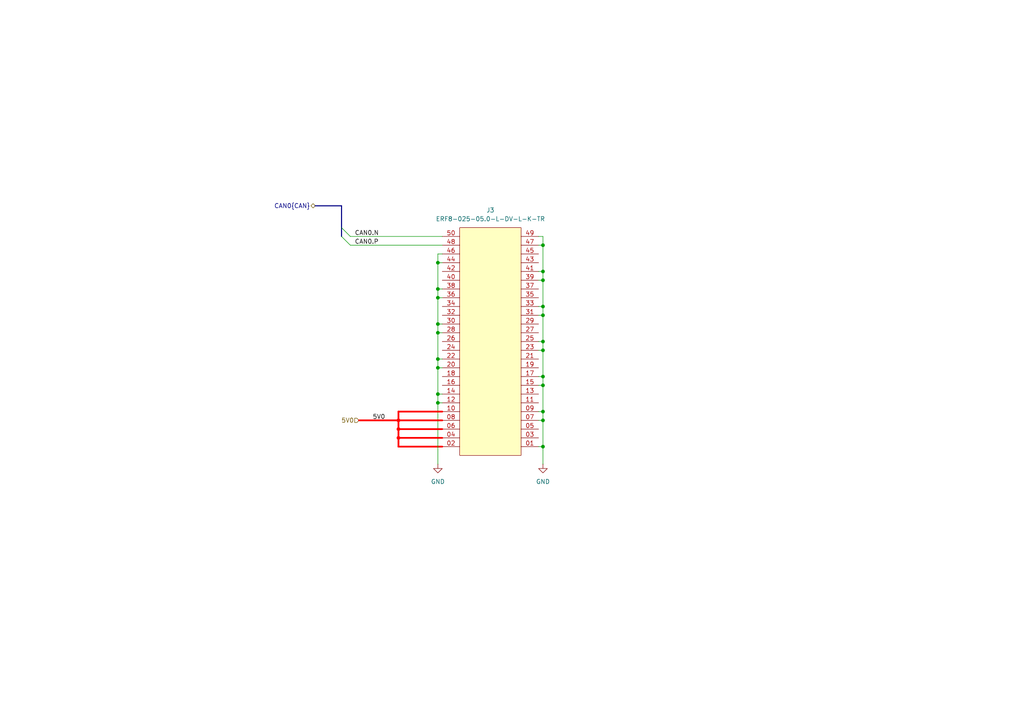
<source format=kicad_sch>
(kicad_sch (version 20250114) (generator "eeschema") (generator_version "9.0")
  (paper "A4")
  (lib_symbols
    (symbol "library:ERF8-025-05.0-L-DV-L-K-TR"
      (property "Reference" "J" (at 0 38.1 0))
      (property "Value" "ERF8-025-05.0-L-DV-L-K-TR" (at 0 35.56 0))
      (symbol "ERF8-025-05.0-L-DV-L-K-TR_1_1"
        (rectangle (start -8.89 33.02) (end 8.89 -33.02) (fill (type color) (color 255 255 194 1)))
        (pin passive line (at -13.97 30.48 0) (length 5.08) (name "") (number "50"))
        (pin passive line (at -13.97 27.94 0) (length 5.08) (name "") (number "48"))
        (pin passive line (at -13.97 25.4 0) (length 5.08) (name "") (number "46"))
        (pin passive line (at -13.97 22.86 0) (length 5.08) (name "") (number "44"))
        (pin passive line (at -13.97 20.32 0) (length 5.08) (name "") (number "42"))
        (pin passive line (at -13.97 17.78 0) (length 5.08) (name "") (number "40"))
        (pin passive line (at -13.97 15.24 0) (length 5.08) (name "") (number "38"))
        (pin passive line (at -13.97 12.7 0) (length 5.08) (name "") (number "36"))
        (pin passive line (at -13.97 10.16 0) (length 5.08) (name "") (number "34"))
        (pin passive line (at -13.97 7.62 0) (length 5.08) (name "") (number "32"))
        (pin passive line (at -13.97 5.08 0) (length 5.08) (name "") (number "30"))
        (pin passive line (at -13.97 2.54 0) (length 5.08) (name "") (number "28"))
        (pin passive line (at -13.97 0 0) (length 5.08) (name "") (number "26"))
        (pin passive line (at -13.97 -2.54 0) (length 5.08) (name "") (number "24"))
        (pin passive line (at -13.97 -5.08 0) (length 5.08) (name "") (number "22"))
        (pin passive line (at -13.97 -7.62 0) (length 5.08) (name "") (number "20"))
        (pin passive line (at -13.97 -10.16 0) (length 5.08) (name "") (number "18"))
        (pin passive line (at -13.97 -12.7 0) (length 5.08) (name "") (number "16"))
        (pin passive line (at -13.97 -15.24 0) (length 5.08) (name "") (number "14"))
        (pin passive line (at -13.97 -17.78 0) (length 5.08) (name "") (number "12"))
        (pin passive line (at -13.97 -20.32 0) (length 5.08) (name "") (number "10"))
        (pin passive line (at -13.97 -22.86 0) (length 5.08) (name "") (number "08"))
        (pin passive line (at -13.97 -25.4 0) (length 5.08) (name "") (number "06"))
        (pin passive line (at -13.97 -27.94 0) (length 5.08) (name "") (number "04"))
        (pin passive line (at -13.97 -30.48 0) (length 5.08) (name "") (number "02"))
        (pin passive line (at 13.97 30.48 180) (length 5.08) (name "") (number "49"))
        (pin passive line (at 13.97 27.94 180) (length 5.08) (name "") (number "47"))
        (pin passive line (at 13.97 25.4 180) (length 5.08) (name "") (number "45"))
        (pin passive line (at 13.97 22.86 180) (length 5.08) (name "") (number "43"))
        (pin passive line (at 13.97 20.32 180) (length 5.08) (name "") (number "41"))
        (pin passive line (at 13.97 17.78 180) (length 5.08) (name "") (number "39"))
        (pin passive line (at 13.97 15.24 180) (length 5.08) (name "") (number "37"))
        (pin passive line (at 13.97 12.7 180) (length 5.08) (name "") (number "35"))
        (pin passive line (at 13.97 10.16 180) (length 5.08) (name "") (number "33"))
        (pin passive line (at 13.97 7.62 180) (length 5.08) (name "") (number "31"))
        (pin passive line (at 13.97 5.08 180) (length 5.08) (name "") (number "29"))
        (pin passive line (at 13.97 2.54 180) (length 5.08) (name "") (number "27"))
        (pin passive line (at 13.97 0 180) (length 5.08) (name "") (number "25"))
        (pin passive line (at 13.97 -2.54 180) (length 5.08) (name "") (number "23"))
        (pin passive line (at 13.97 -5.08 180) (length 5.08) (name "") (number "21"))
        (pin passive line (at 13.97 -7.62 180) (length 5.08) (name "") (number "19"))
        (pin passive line (at 13.97 -10.16 180) (length 5.08) (name "") (number "17"))
        (pin passive line (at 13.97 -12.7 180) (length 5.08) (name "") (number "15"))
        (pin passive line (at 13.97 -15.24 180) (length 5.08) (name "") (number "13"))
        (pin passive line (at 13.97 -17.78 180) (length 5.08) (name "") (number "11"))
        (pin passive line (at 13.97 -20.32 180) (length 5.08) (name "") (number "09"))
        (pin passive line (at 13.97 -22.86 180) (length 5.08) (name "") (number "07"))
        (pin passive line (at 13.97 -25.4 180) (length 5.08) (name "") (number "05"))
        (pin passive line (at 13.97 -27.94 180) (length 5.08) (name "") (number "03"))
        (pin passive line (at 13.97 -30.48 180) (length 5.08) (name "") (number "01"))
      )
    )
    (symbol "library:GND" (power) (pin_numbers (hide yes)) (pin_names (offset 0) (hide yes))
      (property "Value" "GND" (at 0 -3.81 0))
      (symbol "GND_0_1"
        (polyline (pts (xy 0 0) (xy 0 -1.27) (xy 1.27 -1.27) (xy 0 -2.54) (xy -1.27 -1.27) (xy 0 -1.27)))
      )
      (symbol "GND_1_1"
        (pin power_in line (at 0 0 270) (length 0) (name "~") (number "1"))
      )
    )
  )
  (junction (at 127 104.14))
  (junction (at 157.48 78.74))
  (junction (at 115.57 127) (color 255 0 0 1))
  (junction (at 115.57 124.46) (color 255 0 0 1))
  (junction (at 127 96.52))
  (junction (at 127 116.84))
  (junction (at 127 106.68))
  (junction (at 127 83.82))
  (junction (at 127 86.36))
  (junction (at 127 76.2))
  (junction (at 157.48 109.22))
  (junction (at 157.48 81.28))
  (junction (at 157.48 121.92))
  (junction (at 157.48 71.12))
  (junction (at 157.48 119.38))
  (junction (at 157.48 101.6))
  (junction (at 157.48 91.44))
  (junction (at 157.48 88.9))
  (junction (at 127 114.3))
  (junction (at 157.48 99.06))
  (junction (at 115.57 121.92) (color 255 0 0 1))
  (junction (at 127 93.98))
  (junction (at 157.48 129.54))
  (junction (at 157.48 111.76))
  (bus_entry (at 99.06 66.04) (size 2.54 2.54))
  (bus_entry (at 99.06 68.58) (size 2.54 2.54))
  (wire (pts (xy 157.48 109.22) (xy 156.21 109.22)))
  (wire (pts (xy 127 116.84) (xy 127 134.62)))
  (wire (pts (xy 157.48 78.74) (xy 156.21 78.74)))
  (wire (pts (xy 127 104.14) (xy 128.27 104.14)))
  (wire (pts (xy 127 96.52) (xy 127 104.14)))
  (wire (pts (xy 157.48 78.74) (xy 157.48 81.28)))
  (wire (pts (xy 157.48 88.9) (xy 157.48 91.44)))
  (wire (pts (xy 157.48 81.28) (xy 157.48 88.9)))
  (wire (pts (xy 127 86.36) (xy 127 93.98)))
  (wire (pts (xy 115.57 129.54) (xy 128.27 129.54)) (stroke (width 0.508) (color 255 0 0 1)))
  (wire (pts (xy 127 104.14) (xy 127 106.68)))
  (wire (pts (xy 115.57 127) (xy 115.57 129.54)) (stroke (width 0.508) (color 255 0 0 1)))
  (wire (pts (xy 157.48 68.58) (xy 157.48 71.12)))
  (wire (pts (xy 127 96.52) (xy 128.27 96.52)))
  (wire (pts (xy 157.48 91.44) (xy 156.21 91.44)))
  (wire (pts (xy 157.48 111.76) (xy 157.48 119.38)))
  (wire (pts (xy 127 86.36) (xy 128.27 86.36)))
  (wire (pts (xy 157.48 91.44) (xy 157.48 99.06)))
  (wire (pts (xy 157.48 88.9) (xy 156.21 88.9)))
  (wire (pts (xy 157.48 111.76) (xy 156.21 111.76)))
  (wire (pts (xy 127 83.82) (xy 128.27 83.82)))
  (wire (pts (xy 115.57 119.38) (xy 115.57 121.92)) (stroke (width 0.508) (color 255 0 0 1)))
  (wire (pts (xy 127 73.66) (xy 127 76.2)))
  (wire (pts (xy 127 76.2) (xy 128.27 76.2)))
  (wire (pts (xy 127 93.98) (xy 128.27 93.98)))
  (wire (pts (xy 127 116.84) (xy 128.27 116.84)))
  (wire (pts (xy 157.48 129.54) (xy 157.48 134.62)))
  (wire (pts (xy 157.48 71.12) (xy 157.48 78.74)))
  (wire (pts (xy 115.57 119.38) (xy 128.27 119.38)) (stroke (width 0.508) (color 255 0 0 1)))
  (wire (pts (xy 115.57 121.92) (xy 115.57 124.46)) (stroke (width 0.508) (color 255 0 0 1)))
  (bus (pts (xy 99.06 66.04) (xy 99.06 68.58)))
  (wire (pts (xy 115.57 121.92) (xy 128.27 121.92)) (stroke (width 0.508) (color 255 0 0 1)))
  (wire (pts (xy 157.48 71.12) (xy 156.21 71.12)))
  (wire (pts (xy 127 106.68) (xy 127 114.3)))
  (bus (pts (xy 91.44 59.69) (xy 99.06 59.69)))
  (wire (pts (xy 156.21 68.58) (xy 157.48 68.58)))
  (wire (pts (xy 157.48 119.38) (xy 157.48 121.92)))
  (wire (pts (xy 101.6 68.58) (xy 128.27 68.58)))
  (wire (pts (xy 115.57 124.46) (xy 128.27 124.46)) (stroke (width 0.508) (color 255 0 0 1)))
  (wire (pts (xy 115.57 127) (xy 128.27 127)) (stroke (width 0.508) (color 255 0 0 1)))
  (wire (pts (xy 157.48 101.6) (xy 156.21 101.6)))
  (wire (pts (xy 101.6 71.12) (xy 128.27 71.12)))
  (wire (pts (xy 157.48 119.38) (xy 156.21 119.38)))
  (wire (pts (xy 156.21 129.54) (xy 157.48 129.54)))
  (wire (pts (xy 157.48 99.06) (xy 157.48 101.6)))
  (wire (pts (xy 127 76.2) (xy 127 83.82)))
  (wire (pts (xy 157.48 99.06) (xy 156.21 99.06)))
  (wire (pts (xy 157.48 121.92) (xy 156.21 121.92)))
  (wire (pts (xy 115.57 124.46) (xy 115.57 127)) (stroke (width 0.508) (color 255 0 0 1)))
  (wire (pts (xy 127 114.3) (xy 127 116.84)))
  (wire (pts (xy 157.48 81.28) (xy 156.21 81.28)))
  (wire (pts (xy 157.48 101.6) (xy 157.48 109.22)))
  (bus (pts (xy 99.06 59.69) (xy 99.06 66.04)))
  (wire (pts (xy 127 106.68) (xy 128.27 106.68)))
  (wire (pts (xy 127 83.82) (xy 127 86.36)))
  (wire (pts (xy 157.48 121.92) (xy 157.48 129.54)))
  (wire (pts (xy 104.14 121.92) (xy 115.57 121.92)) (stroke (width 0.508) (color 255 0 0 1)))
  (wire (pts (xy 128.27 73.66) (xy 127 73.66)))
  (wire (pts (xy 127 93.98) (xy 127 96.52)))
  (wire (pts (xy 157.48 109.22) (xy 157.48 111.76)))
  (wire (pts (xy 127 114.3) (xy 128.27 114.3)))
  (label "CAN0.N" (at 102.87 68.58 0))
  (label "5V0" (at 111.76 121.92 180))
  (label "CAN0.P" (at 102.87 71.12 0))
  (hierarchical_label "CAN0{CAN}" (shape bidirectional) (at 91.44 59.69 180))
  (hierarchical_label "5V0" (shape input) (at 104.14 121.92 180))
  (symbol (lib_id "library:GND") (at 157.48 134.62 0) (unit 1)
    (property "Reference" "#PWR04" (effects (hide yes)))
    (property "Value" "GND" (at 157.48 139.7 0))
    (property "Description" "Power symbol creates a global label with name \"GND\" , ground" (effects (hide yes)))
  )
  (symbol (lib_id "library:GND") (at 127 134.62 0) (unit 1)
    (property "Reference" "#PWR03" (effects (hide yes)))
    (property "Value" "GND" (at 127 139.7 0))
    (property "Description" "Power symbol creates a global label with name \"GND\" , ground" (effects (hide yes)))
  )
  (symbol (lib_id "library:ERF8-025-05.0-L-DV-L-K-TR") (at 142.24 99.06 0) (unit 1)
    (property "Reference" "J3" (at 142.24 60.96 0))
    (property "Value" "ERF8-025-05.0-L-DV-L-K-TR" (at 142.24 63.5 0))
    (property "Footprint" "library:SAMTEC_ERF8-025-05.0-L-DV-L-K-TR" (effects (hide yes)))
  )
)
</source>
